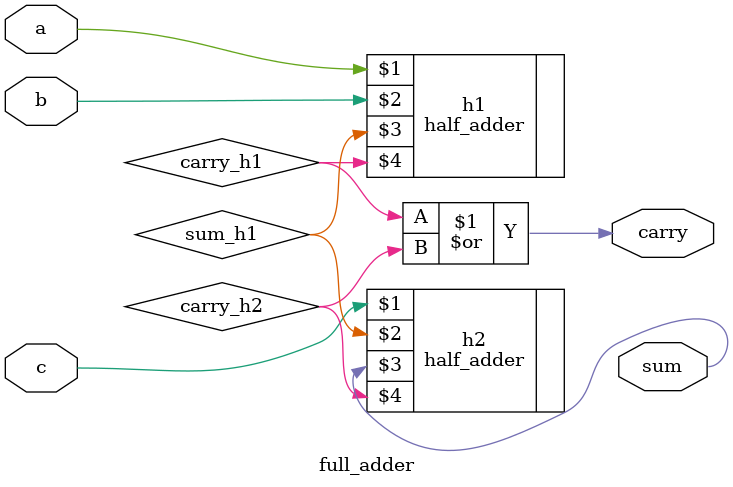
<source format=v>
`include "../half_adder/half_adder.v"
`timescale 1ns / 1ps
module full_adder(a, b, c, sum, carry);
input a, b, c;
output sum, carry;
wire sum_h1, sum_h2;

half_adder h1(a, b, sum_h1, carry_h1);
half_adder h2(c, sum_h1, sum, carry_h2);
or(carry, carry_h1, carry_h2);
endmodule


</source>
